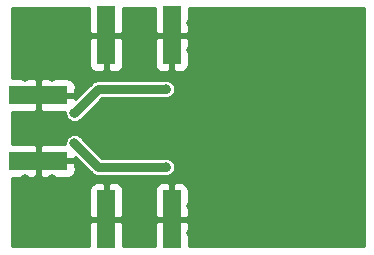
<source format=gbr>
%TF.GenerationSoftware,KiCad,Pcbnew,5.1.10-88a1d61d58~88~ubuntu18.04.1*%
%TF.CreationDate,2021-09-27T17:31:08+02:00*%
%TF.ProjectId,rf_phase_shifter_5_8GHz,72665f70-6861-4736-955f-736869667465,1.0.0*%
%TF.SameCoordinates,Original*%
%TF.FileFunction,Copper,L2,Bot*%
%TF.FilePolarity,Positive*%
%FSLAX46Y46*%
G04 Gerber Fmt 4.6, Leading zero omitted, Abs format (unit mm)*
G04 Created by KiCad (PCBNEW 5.1.10-88a1d61d58~88~ubuntu18.04.1) date 2021-09-27 17:31:08*
%MOMM*%
%LPD*%
G01*
G04 APERTURE LIST*
%TA.AperFunction,SMDPad,CuDef*%
%ADD10R,5.000000X1.600000*%
%TD*%
%TA.AperFunction,SMDPad,CuDef*%
%ADD11R,1.600000X5.000000*%
%TD*%
%TA.AperFunction,ViaPad*%
%ADD12C,5.000000*%
%TD*%
%TA.AperFunction,ViaPad*%
%ADD13C,0.800000*%
%TD*%
%TA.AperFunction,Conductor*%
%ADD14C,0.790000*%
%TD*%
%TA.AperFunction,Conductor*%
%ADD15C,0.254000*%
%TD*%
%TA.AperFunction,Conductor*%
%ADD16C,0.100000*%
%TD*%
G04 APERTURE END LIST*
D10*
%TO.P,J3,2*%
%TO.N,GND*%
X75946000Y-61698000D03*
X75946000Y-56158000D03*
%TD*%
D11*
%TO.P,J2,2*%
%TO.N,GND*%
X87225000Y-66654000D03*
X81685000Y-66654000D03*
%TD*%
%TO.P,J1,2*%
%TO.N,GND*%
X81685000Y-51054000D03*
X87225000Y-51054000D03*
%TD*%
D12*
%TO.N,GND*%
X76073000Y-51181000D03*
X76073000Y-66548000D03*
X101092000Y-51181000D03*
X101092000Y-66548000D03*
D13*
X93916500Y-55918100D03*
X93027500Y-55918100D03*
X101219000Y-55854600D03*
X100330000Y-55854600D03*
X101219000Y-62001400D03*
X100330000Y-62001400D03*
X93941900Y-61937900D03*
X93052900Y-61937900D03*
X75946000Y-63246000D03*
X77089000Y-63246000D03*
X74803000Y-63246000D03*
X75946000Y-54610000D03*
X77089000Y-54610000D03*
X74803000Y-54610000D03*
X80010000Y-51181000D03*
X80010000Y-52324000D03*
X80010000Y-50038000D03*
X88900000Y-51181000D03*
X88900000Y-52324000D03*
X88900000Y-50038000D03*
X88900000Y-66675000D03*
X88900000Y-67818000D03*
X88900000Y-65532000D03*
X80010000Y-67818000D03*
X80010000Y-65532000D03*
X83820000Y-58928000D03*
X80010000Y-66675000D03*
%TO.N,Net-(J3-Pad1)*%
X78994000Y-57658000D03*
X78994000Y-60198000D03*
X86741000Y-55626000D03*
X86741000Y-62230000D03*
%TD*%
D14*
%TO.N,Net-(J3-Pad1)*%
X79062001Y-57589999D02*
X78994000Y-57658000D01*
X81026000Y-62230000D02*
X78994000Y-60198000D01*
X85217000Y-62230000D02*
X81026000Y-62230000D01*
X81026000Y-55626000D02*
X78994000Y-57658000D01*
X85217000Y-55626000D02*
X81026000Y-55626000D01*
X85217000Y-55626000D02*
X86741000Y-55626000D01*
X85217000Y-62230000D02*
X86741000Y-62230000D01*
%TD*%
D15*
%TO.N,GND*%
X80250000Y-50768250D02*
X80408750Y-50927000D01*
X81558000Y-50927000D01*
X81558000Y-50907000D01*
X81812000Y-50907000D01*
X81812000Y-50927000D01*
X82961250Y-50927000D01*
X83120000Y-50768250D01*
X83122740Y-48793000D01*
X85787260Y-48793000D01*
X85790000Y-50768250D01*
X85948750Y-50927000D01*
X87098000Y-50927000D01*
X87098000Y-50907000D01*
X87352000Y-50907000D01*
X87352000Y-50927000D01*
X88501250Y-50927000D01*
X88660000Y-50768250D01*
X88662740Y-48793000D01*
X103480001Y-48793000D01*
X103480000Y-68936000D01*
X88662770Y-68936000D01*
X88660000Y-66939750D01*
X88501250Y-66781000D01*
X87352000Y-66781000D01*
X87352000Y-66801000D01*
X87098000Y-66801000D01*
X87098000Y-66781000D01*
X85948750Y-66781000D01*
X85790000Y-66939750D01*
X85787230Y-68936000D01*
X83122770Y-68936000D01*
X83120000Y-66939750D01*
X82961250Y-66781000D01*
X81812000Y-66781000D01*
X81812000Y-66801000D01*
X81558000Y-66801000D01*
X81558000Y-66781000D01*
X80408750Y-66781000D01*
X80250000Y-66939750D01*
X80247230Y-68936000D01*
X73685000Y-68936000D01*
X73685000Y-64154000D01*
X80246928Y-64154000D01*
X80250000Y-66368250D01*
X80408750Y-66527000D01*
X81558000Y-66527000D01*
X81558000Y-63677750D01*
X81812000Y-63677750D01*
X81812000Y-66527000D01*
X82961250Y-66527000D01*
X83120000Y-66368250D01*
X83123072Y-64154000D01*
X85786928Y-64154000D01*
X85790000Y-66368250D01*
X85948750Y-66527000D01*
X87098000Y-66527000D01*
X87098000Y-63677750D01*
X87352000Y-63677750D01*
X87352000Y-66527000D01*
X88501250Y-66527000D01*
X88660000Y-66368250D01*
X88663072Y-64154000D01*
X88650812Y-64029518D01*
X88614502Y-63909820D01*
X88555537Y-63799506D01*
X88476185Y-63702815D01*
X88379494Y-63623463D01*
X88269180Y-63564498D01*
X88149482Y-63528188D01*
X88025000Y-63515928D01*
X87510750Y-63519000D01*
X87352000Y-63677750D01*
X87098000Y-63677750D01*
X86939250Y-63519000D01*
X86425000Y-63515928D01*
X86300518Y-63528188D01*
X86180820Y-63564498D01*
X86070506Y-63623463D01*
X85973815Y-63702815D01*
X85894463Y-63799506D01*
X85835498Y-63909820D01*
X85799188Y-64029518D01*
X85786928Y-64154000D01*
X83123072Y-64154000D01*
X83110812Y-64029518D01*
X83074502Y-63909820D01*
X83015537Y-63799506D01*
X82936185Y-63702815D01*
X82839494Y-63623463D01*
X82729180Y-63564498D01*
X82609482Y-63528188D01*
X82485000Y-63515928D01*
X81970750Y-63519000D01*
X81812000Y-63677750D01*
X81558000Y-63677750D01*
X81399250Y-63519000D01*
X80885000Y-63515928D01*
X80760518Y-63528188D01*
X80640820Y-63564498D01*
X80530506Y-63623463D01*
X80433815Y-63702815D01*
X80354463Y-63799506D01*
X80295498Y-63909820D01*
X80259188Y-64029518D01*
X80246928Y-64154000D01*
X73685000Y-64154000D01*
X73685000Y-63135740D01*
X75660250Y-63133000D01*
X75819000Y-62974250D01*
X75819000Y-61825000D01*
X76073000Y-61825000D01*
X76073000Y-62974250D01*
X76231750Y-63133000D01*
X78446000Y-63136072D01*
X78570482Y-63123812D01*
X78690180Y-63087502D01*
X78800494Y-63028537D01*
X78897185Y-62949185D01*
X78976537Y-62852494D01*
X79035502Y-62742180D01*
X79071812Y-62622482D01*
X79084072Y-62498000D01*
X79081000Y-61983750D01*
X78922250Y-61825000D01*
X76073000Y-61825000D01*
X75819000Y-61825000D01*
X75799000Y-61825000D01*
X75799000Y-61571000D01*
X75819000Y-61571000D01*
X75819000Y-60421750D01*
X76073000Y-60421750D01*
X76073000Y-61571000D01*
X78922250Y-61571000D01*
X79081000Y-61412250D01*
X79081177Y-61382606D01*
X80450337Y-62751767D01*
X80474631Y-62781369D01*
X80504233Y-62805663D01*
X80504235Y-62805665D01*
X80541981Y-62836642D01*
X80592792Y-62878342D01*
X80655543Y-62911883D01*
X80727600Y-62950399D01*
X80873877Y-62994771D01*
X80887958Y-62996158D01*
X80987886Y-63006000D01*
X80987893Y-63006000D01*
X81026000Y-63009753D01*
X81064107Y-63006000D01*
X86638941Y-63006000D01*
X86664078Y-63011000D01*
X86817922Y-63011000D01*
X86968809Y-62980987D01*
X87110942Y-62922113D01*
X87238859Y-62836642D01*
X87347642Y-62727859D01*
X87433113Y-62599942D01*
X87491987Y-62457809D01*
X87522000Y-62306922D01*
X87522000Y-62153078D01*
X87491987Y-62002191D01*
X87433113Y-61860058D01*
X87347642Y-61732141D01*
X87238859Y-61623358D01*
X87110942Y-61537887D01*
X86968809Y-61479013D01*
X86817922Y-61449000D01*
X86664078Y-61449000D01*
X86638941Y-61454000D01*
X81347430Y-61454000D01*
X79614882Y-59721453D01*
X79600642Y-59700141D01*
X79491859Y-59591358D01*
X79363942Y-59505887D01*
X79221809Y-59447013D01*
X79070922Y-59417000D01*
X78917078Y-59417000D01*
X78766191Y-59447013D01*
X78624058Y-59505887D01*
X78496141Y-59591358D01*
X78387358Y-59700141D01*
X78301887Y-59828058D01*
X78243013Y-59970191D01*
X78213000Y-60121078D01*
X78213000Y-60260251D01*
X76231750Y-60263000D01*
X76073000Y-60421750D01*
X75819000Y-60421750D01*
X75660250Y-60263000D01*
X73685000Y-60260260D01*
X73685000Y-57595740D01*
X75660250Y-57593000D01*
X75819000Y-57434250D01*
X75819000Y-56285000D01*
X76073000Y-56285000D01*
X76073000Y-57434250D01*
X76231750Y-57593000D01*
X78213000Y-57595749D01*
X78213000Y-57734922D01*
X78243013Y-57885809D01*
X78301887Y-58027942D01*
X78387358Y-58155859D01*
X78496141Y-58264642D01*
X78624058Y-58350113D01*
X78766191Y-58408987D01*
X78917078Y-58439000D01*
X79070922Y-58439000D01*
X79221809Y-58408987D01*
X79363942Y-58350113D01*
X79491859Y-58264642D01*
X79600642Y-58155859D01*
X79614882Y-58134547D01*
X81347430Y-56402000D01*
X86638941Y-56402000D01*
X86664078Y-56407000D01*
X86817922Y-56407000D01*
X86968809Y-56376987D01*
X87110942Y-56318113D01*
X87238859Y-56232642D01*
X87347642Y-56123859D01*
X87433113Y-55995942D01*
X87491987Y-55853809D01*
X87522000Y-55702922D01*
X87522000Y-55549078D01*
X87491987Y-55398191D01*
X87433113Y-55256058D01*
X87347642Y-55128141D01*
X87238859Y-55019358D01*
X87110942Y-54933887D01*
X86968809Y-54875013D01*
X86817922Y-54845000D01*
X86664078Y-54845000D01*
X86638941Y-54850000D01*
X81064107Y-54850000D01*
X81026000Y-54846247D01*
X80987893Y-54850000D01*
X80987886Y-54850000D01*
X80887958Y-54859842D01*
X80873877Y-54861229D01*
X80727600Y-54905601D01*
X80655543Y-54944117D01*
X80592792Y-54977658D01*
X80592790Y-54977659D01*
X80592791Y-54977659D01*
X80504235Y-55050335D01*
X80504233Y-55050337D01*
X80474631Y-55074631D01*
X80450337Y-55104233D01*
X79081177Y-56473394D01*
X79081000Y-56443750D01*
X78922250Y-56285000D01*
X76073000Y-56285000D01*
X75819000Y-56285000D01*
X75799000Y-56285000D01*
X75799000Y-56031000D01*
X75819000Y-56031000D01*
X75819000Y-54881750D01*
X76073000Y-54881750D01*
X76073000Y-56031000D01*
X78922250Y-56031000D01*
X79081000Y-55872250D01*
X79084072Y-55358000D01*
X79071812Y-55233518D01*
X79035502Y-55113820D01*
X78976537Y-55003506D01*
X78897185Y-54906815D01*
X78800494Y-54827463D01*
X78690180Y-54768498D01*
X78570482Y-54732188D01*
X78446000Y-54719928D01*
X76231750Y-54723000D01*
X76073000Y-54881750D01*
X75819000Y-54881750D01*
X75660250Y-54723000D01*
X73685000Y-54720260D01*
X73685000Y-53554000D01*
X80246928Y-53554000D01*
X80259188Y-53678482D01*
X80295498Y-53798180D01*
X80354463Y-53908494D01*
X80433815Y-54005185D01*
X80530506Y-54084537D01*
X80640820Y-54143502D01*
X80760518Y-54179812D01*
X80885000Y-54192072D01*
X81399250Y-54189000D01*
X81558000Y-54030250D01*
X81558000Y-51181000D01*
X81812000Y-51181000D01*
X81812000Y-54030250D01*
X81970750Y-54189000D01*
X82485000Y-54192072D01*
X82609482Y-54179812D01*
X82729180Y-54143502D01*
X82839494Y-54084537D01*
X82936185Y-54005185D01*
X83015537Y-53908494D01*
X83074502Y-53798180D01*
X83110812Y-53678482D01*
X83123072Y-53554000D01*
X85786928Y-53554000D01*
X85799188Y-53678482D01*
X85835498Y-53798180D01*
X85894463Y-53908494D01*
X85973815Y-54005185D01*
X86070506Y-54084537D01*
X86180820Y-54143502D01*
X86300518Y-54179812D01*
X86425000Y-54192072D01*
X86939250Y-54189000D01*
X87098000Y-54030250D01*
X87098000Y-51181000D01*
X87352000Y-51181000D01*
X87352000Y-54030250D01*
X87510750Y-54189000D01*
X88025000Y-54192072D01*
X88149482Y-54179812D01*
X88269180Y-54143502D01*
X88379494Y-54084537D01*
X88476185Y-54005185D01*
X88555537Y-53908494D01*
X88614502Y-53798180D01*
X88650812Y-53678482D01*
X88663072Y-53554000D01*
X88660000Y-51339750D01*
X88501250Y-51181000D01*
X87352000Y-51181000D01*
X87098000Y-51181000D01*
X85948750Y-51181000D01*
X85790000Y-51339750D01*
X85786928Y-53554000D01*
X83123072Y-53554000D01*
X83120000Y-51339750D01*
X82961250Y-51181000D01*
X81812000Y-51181000D01*
X81558000Y-51181000D01*
X80408750Y-51181000D01*
X80250000Y-51339750D01*
X80246928Y-53554000D01*
X73685000Y-53554000D01*
X73685000Y-48793000D01*
X80247260Y-48793000D01*
X80250000Y-50768250D01*
%TA.AperFunction,Conductor*%
D16*
G36*
X80250000Y-50768250D02*
G01*
X80408750Y-50927000D01*
X81558000Y-50927000D01*
X81558000Y-50907000D01*
X81812000Y-50907000D01*
X81812000Y-50927000D01*
X82961250Y-50927000D01*
X83120000Y-50768250D01*
X83122740Y-48793000D01*
X85787260Y-48793000D01*
X85790000Y-50768250D01*
X85948750Y-50927000D01*
X87098000Y-50927000D01*
X87098000Y-50907000D01*
X87352000Y-50907000D01*
X87352000Y-50927000D01*
X88501250Y-50927000D01*
X88660000Y-50768250D01*
X88662740Y-48793000D01*
X103480001Y-48793000D01*
X103480000Y-68936000D01*
X88662770Y-68936000D01*
X88660000Y-66939750D01*
X88501250Y-66781000D01*
X87352000Y-66781000D01*
X87352000Y-66801000D01*
X87098000Y-66801000D01*
X87098000Y-66781000D01*
X85948750Y-66781000D01*
X85790000Y-66939750D01*
X85787230Y-68936000D01*
X83122770Y-68936000D01*
X83120000Y-66939750D01*
X82961250Y-66781000D01*
X81812000Y-66781000D01*
X81812000Y-66801000D01*
X81558000Y-66801000D01*
X81558000Y-66781000D01*
X80408750Y-66781000D01*
X80250000Y-66939750D01*
X80247230Y-68936000D01*
X73685000Y-68936000D01*
X73685000Y-64154000D01*
X80246928Y-64154000D01*
X80250000Y-66368250D01*
X80408750Y-66527000D01*
X81558000Y-66527000D01*
X81558000Y-63677750D01*
X81812000Y-63677750D01*
X81812000Y-66527000D01*
X82961250Y-66527000D01*
X83120000Y-66368250D01*
X83123072Y-64154000D01*
X85786928Y-64154000D01*
X85790000Y-66368250D01*
X85948750Y-66527000D01*
X87098000Y-66527000D01*
X87098000Y-63677750D01*
X87352000Y-63677750D01*
X87352000Y-66527000D01*
X88501250Y-66527000D01*
X88660000Y-66368250D01*
X88663072Y-64154000D01*
X88650812Y-64029518D01*
X88614502Y-63909820D01*
X88555537Y-63799506D01*
X88476185Y-63702815D01*
X88379494Y-63623463D01*
X88269180Y-63564498D01*
X88149482Y-63528188D01*
X88025000Y-63515928D01*
X87510750Y-63519000D01*
X87352000Y-63677750D01*
X87098000Y-63677750D01*
X86939250Y-63519000D01*
X86425000Y-63515928D01*
X86300518Y-63528188D01*
X86180820Y-63564498D01*
X86070506Y-63623463D01*
X85973815Y-63702815D01*
X85894463Y-63799506D01*
X85835498Y-63909820D01*
X85799188Y-64029518D01*
X85786928Y-64154000D01*
X83123072Y-64154000D01*
X83110812Y-64029518D01*
X83074502Y-63909820D01*
X83015537Y-63799506D01*
X82936185Y-63702815D01*
X82839494Y-63623463D01*
X82729180Y-63564498D01*
X82609482Y-63528188D01*
X82485000Y-63515928D01*
X81970750Y-63519000D01*
X81812000Y-63677750D01*
X81558000Y-63677750D01*
X81399250Y-63519000D01*
X80885000Y-63515928D01*
X80760518Y-63528188D01*
X80640820Y-63564498D01*
X80530506Y-63623463D01*
X80433815Y-63702815D01*
X80354463Y-63799506D01*
X80295498Y-63909820D01*
X80259188Y-64029518D01*
X80246928Y-64154000D01*
X73685000Y-64154000D01*
X73685000Y-63135740D01*
X75660250Y-63133000D01*
X75819000Y-62974250D01*
X75819000Y-61825000D01*
X76073000Y-61825000D01*
X76073000Y-62974250D01*
X76231750Y-63133000D01*
X78446000Y-63136072D01*
X78570482Y-63123812D01*
X78690180Y-63087502D01*
X78800494Y-63028537D01*
X78897185Y-62949185D01*
X78976537Y-62852494D01*
X79035502Y-62742180D01*
X79071812Y-62622482D01*
X79084072Y-62498000D01*
X79081000Y-61983750D01*
X78922250Y-61825000D01*
X76073000Y-61825000D01*
X75819000Y-61825000D01*
X75799000Y-61825000D01*
X75799000Y-61571000D01*
X75819000Y-61571000D01*
X75819000Y-60421750D01*
X76073000Y-60421750D01*
X76073000Y-61571000D01*
X78922250Y-61571000D01*
X79081000Y-61412250D01*
X79081177Y-61382606D01*
X80450337Y-62751767D01*
X80474631Y-62781369D01*
X80504233Y-62805663D01*
X80504235Y-62805665D01*
X80541981Y-62836642D01*
X80592792Y-62878342D01*
X80655543Y-62911883D01*
X80727600Y-62950399D01*
X80873877Y-62994771D01*
X80887958Y-62996158D01*
X80987886Y-63006000D01*
X80987893Y-63006000D01*
X81026000Y-63009753D01*
X81064107Y-63006000D01*
X86638941Y-63006000D01*
X86664078Y-63011000D01*
X86817922Y-63011000D01*
X86968809Y-62980987D01*
X87110942Y-62922113D01*
X87238859Y-62836642D01*
X87347642Y-62727859D01*
X87433113Y-62599942D01*
X87491987Y-62457809D01*
X87522000Y-62306922D01*
X87522000Y-62153078D01*
X87491987Y-62002191D01*
X87433113Y-61860058D01*
X87347642Y-61732141D01*
X87238859Y-61623358D01*
X87110942Y-61537887D01*
X86968809Y-61479013D01*
X86817922Y-61449000D01*
X86664078Y-61449000D01*
X86638941Y-61454000D01*
X81347430Y-61454000D01*
X79614882Y-59721453D01*
X79600642Y-59700141D01*
X79491859Y-59591358D01*
X79363942Y-59505887D01*
X79221809Y-59447013D01*
X79070922Y-59417000D01*
X78917078Y-59417000D01*
X78766191Y-59447013D01*
X78624058Y-59505887D01*
X78496141Y-59591358D01*
X78387358Y-59700141D01*
X78301887Y-59828058D01*
X78243013Y-59970191D01*
X78213000Y-60121078D01*
X78213000Y-60260251D01*
X76231750Y-60263000D01*
X76073000Y-60421750D01*
X75819000Y-60421750D01*
X75660250Y-60263000D01*
X73685000Y-60260260D01*
X73685000Y-57595740D01*
X75660250Y-57593000D01*
X75819000Y-57434250D01*
X75819000Y-56285000D01*
X76073000Y-56285000D01*
X76073000Y-57434250D01*
X76231750Y-57593000D01*
X78213000Y-57595749D01*
X78213000Y-57734922D01*
X78243013Y-57885809D01*
X78301887Y-58027942D01*
X78387358Y-58155859D01*
X78496141Y-58264642D01*
X78624058Y-58350113D01*
X78766191Y-58408987D01*
X78917078Y-58439000D01*
X79070922Y-58439000D01*
X79221809Y-58408987D01*
X79363942Y-58350113D01*
X79491859Y-58264642D01*
X79600642Y-58155859D01*
X79614882Y-58134547D01*
X81347430Y-56402000D01*
X86638941Y-56402000D01*
X86664078Y-56407000D01*
X86817922Y-56407000D01*
X86968809Y-56376987D01*
X87110942Y-56318113D01*
X87238859Y-56232642D01*
X87347642Y-56123859D01*
X87433113Y-55995942D01*
X87491987Y-55853809D01*
X87522000Y-55702922D01*
X87522000Y-55549078D01*
X87491987Y-55398191D01*
X87433113Y-55256058D01*
X87347642Y-55128141D01*
X87238859Y-55019358D01*
X87110942Y-54933887D01*
X86968809Y-54875013D01*
X86817922Y-54845000D01*
X86664078Y-54845000D01*
X86638941Y-54850000D01*
X81064107Y-54850000D01*
X81026000Y-54846247D01*
X80987893Y-54850000D01*
X80987886Y-54850000D01*
X80887958Y-54859842D01*
X80873877Y-54861229D01*
X80727600Y-54905601D01*
X80655543Y-54944117D01*
X80592792Y-54977658D01*
X80592790Y-54977659D01*
X80592791Y-54977659D01*
X80504235Y-55050335D01*
X80504233Y-55050337D01*
X80474631Y-55074631D01*
X80450337Y-55104233D01*
X79081177Y-56473394D01*
X79081000Y-56443750D01*
X78922250Y-56285000D01*
X76073000Y-56285000D01*
X75819000Y-56285000D01*
X75799000Y-56285000D01*
X75799000Y-56031000D01*
X75819000Y-56031000D01*
X75819000Y-54881750D01*
X76073000Y-54881750D01*
X76073000Y-56031000D01*
X78922250Y-56031000D01*
X79081000Y-55872250D01*
X79084072Y-55358000D01*
X79071812Y-55233518D01*
X79035502Y-55113820D01*
X78976537Y-55003506D01*
X78897185Y-54906815D01*
X78800494Y-54827463D01*
X78690180Y-54768498D01*
X78570482Y-54732188D01*
X78446000Y-54719928D01*
X76231750Y-54723000D01*
X76073000Y-54881750D01*
X75819000Y-54881750D01*
X75660250Y-54723000D01*
X73685000Y-54720260D01*
X73685000Y-53554000D01*
X80246928Y-53554000D01*
X80259188Y-53678482D01*
X80295498Y-53798180D01*
X80354463Y-53908494D01*
X80433815Y-54005185D01*
X80530506Y-54084537D01*
X80640820Y-54143502D01*
X80760518Y-54179812D01*
X80885000Y-54192072D01*
X81399250Y-54189000D01*
X81558000Y-54030250D01*
X81558000Y-51181000D01*
X81812000Y-51181000D01*
X81812000Y-54030250D01*
X81970750Y-54189000D01*
X82485000Y-54192072D01*
X82609482Y-54179812D01*
X82729180Y-54143502D01*
X82839494Y-54084537D01*
X82936185Y-54005185D01*
X83015537Y-53908494D01*
X83074502Y-53798180D01*
X83110812Y-53678482D01*
X83123072Y-53554000D01*
X85786928Y-53554000D01*
X85799188Y-53678482D01*
X85835498Y-53798180D01*
X85894463Y-53908494D01*
X85973815Y-54005185D01*
X86070506Y-54084537D01*
X86180820Y-54143502D01*
X86300518Y-54179812D01*
X86425000Y-54192072D01*
X86939250Y-54189000D01*
X87098000Y-54030250D01*
X87098000Y-51181000D01*
X87352000Y-51181000D01*
X87352000Y-54030250D01*
X87510750Y-54189000D01*
X88025000Y-54192072D01*
X88149482Y-54179812D01*
X88269180Y-54143502D01*
X88379494Y-54084537D01*
X88476185Y-54005185D01*
X88555537Y-53908494D01*
X88614502Y-53798180D01*
X88650812Y-53678482D01*
X88663072Y-53554000D01*
X88660000Y-51339750D01*
X88501250Y-51181000D01*
X87352000Y-51181000D01*
X87098000Y-51181000D01*
X85948750Y-51181000D01*
X85790000Y-51339750D01*
X85786928Y-53554000D01*
X83123072Y-53554000D01*
X83120000Y-51339750D01*
X82961250Y-51181000D01*
X81812000Y-51181000D01*
X81558000Y-51181000D01*
X80408750Y-51181000D01*
X80250000Y-51339750D01*
X80246928Y-53554000D01*
X73685000Y-53554000D01*
X73685000Y-48793000D01*
X80247260Y-48793000D01*
X80250000Y-50768250D01*
G37*
%TD.AperFunction*%
%TD*%
M02*

</source>
